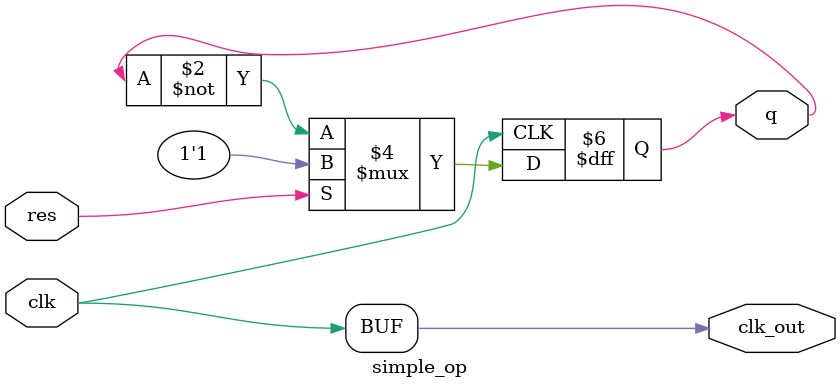
<source format=v>

module simple_op(clk,res,q,clk_out);

  input clk;
	input res;
  output reg q;
	output clk_out;


always @(negedge clk) begin
	if(res)begin
		q<= 1'b1;
	end else begin
		q <= ~q;
	end
end
    
  assign clk_out = clk;
    
endmodule 
</source>
